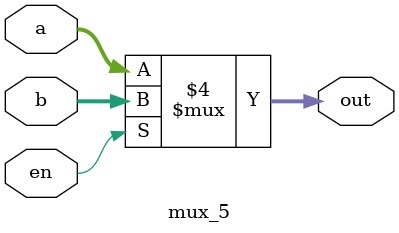
<source format=v>
`timescale 1ns / 1ps


module cpu(
    input clk, rst
    );
    
    wire [31:0] inst, di, q1, q2, imm_32, sa, a, b, alu_out, mem_out, next;
    wire [5:0] op, func;
    wire [25:0] address;
    wire [4:0] rs, rt, rd, nd;
    wire [15:0] imm_16;
    wire [2:0] aluc;
    wire jump, m2reg, branch, wmem, shift, aluimm, wreg, regrt, sext;
    
    reg [31:0] pc;
    
    inst_mem INST_MEM(rst, pc, inst);
    
    assign op = inst[31:26];
    assign address = inst[25:0];
    assign rs = inst[25:21];
    assign rt = inst[20:16];
    assign rd = inst[15:11];
    assign func = inst[5:0];
    assign imm_16 = inst[15:0];
    
    control_unit CONTROL_UNIT(op, func, aluc, jump, m2reg, branch, wmem, shift, aluimm, wreg, regrt, sext);
    
    mux_5 MUX_5(regrt, rd, rt, nd);
    
    reg_file REG_FILE(rst, clk, wreg, rs, rt, nd, di, q1, q2);
    
    mux_32 MUX_32_1(shift, q1, sa, a);
    
    ext EXT(sext, imm_16, imm_32);
    
    mux_32 MUX_32_2(aluimm, q2, imm_32, b);
    
    alu ALU(aluc, a, b, alu_out);
    
    data_mem DATA_MEM(clk, rst, wmem, alu_out, q2, mem_out);
    
    mux_32 MUX_32_3(m2reg, alu_out, mem_out, di);
    
    next_pc NEXT_PC(branch, jump, clk, address, pc, imm_32, next);
    
    always @ (next) begin
        if (rst) pc = 0;
        else pc = next;
    end
    
    always @ (posedge rst) begin
        
    end
    
    always @ (posedge rst) begin
        // init pc
        pc = 0;
        
    end
    
endmodule

module inst_mem(
    input rst,
    input [31:0] pc,
    output [31:0] inst
    );
    
    reg [31:0] inst_mem [15:0];
    
    assign inst = inst_mem[pc];
    
    always @ (posedge rst) begin          //=> R[0]=0,R[15:1]=-1
        // addi, rs=0, rt=1, imm=1          => R[1]=1
        inst_mem[0 ] = {6'b001000,5'd0,5'd1,16'd1};
        // add, rs=0, rt=1, rd=2            => R[2]=1
        inst_mem[1 ] = {6'b000000,5'd0,5'd1,5'd2,5'd0,6'b100000};
        // sub, rs=0, rt=1, rd=3            => R[3]=-1
        inst_mem[2 ] = {6'b000000,5'd0,5'd1,5'd3,5'd0,6'b100010};
        // ori, rs=1, rt=4, imm=2           => R[4]=3
        inst_mem[3 ] = {6'b001101,5'd1,5'd4,16'd2};
        // andi, rs=1, rt=5, imm=1          => R[5]=1
        inst_mem[4 ] = {6'b001100,5'd1,5'd5,16'd1};
        // or, rs=1, rt=4, rd=6             => R[6]=3
        inst_mem[5 ] = {6'b000000,5'd1,5'd4,5'd6,5'd0,6'b100101};
        // and, rs=1, rt=4, rd=7            => R[7]=1
        inst_mem[6 ] = {6'b000000,5'd1,5'd4,5'd7,5'd0,6'b100100};
        // slt, rs=4, rt=1, rd=8            => R[8]=0
        inst_mem[7 ] = {6'b000000,5'd4,5'd1,5'd8,5'd0,6'b101010};
        // slti, rs=3, rt=9, imm=1          => R[9]=1
        inst_mem[8 ] = {6'b001010,5'd3,5'd9,16'd1};
        // sw, base=R[1], rt=4, offset=1    => Data[2]=3
        inst_mem[9 ] = {6'b101011,5'd1,5'd4,16'd1};
        // j, address=3 << 2=12
        inst_mem[10] = {6'b000010,26'd3};
        // add, rs=0, rt=1, rd=11           => R[11]=1 will not execute
        inst_mem[11] = {6'b000000,5'd0,5'd1,5'd11,5'd0,6'b100000};
        // lw, base=R[1], rt=10, offset=1   => R[10]=3
        inst_mem[12] = {6'b100011,5'd1,5'd10,16'd1};
        // nop * 3
        inst_mem[13] = {32'h00000000};
        inst_mem[14] = {32'h00000000};
        inst_mem[15] = {32'h00000000};
    end
    
endmodule

module control_unit(
    input [5:0] op,
    input [5:0] func,
    output reg [2:0] aluc,
    output reg jump, m2reg, branch, wmem, shift, aluimm, wreg, regrt, sext
    );
    
    reg add, sub, and_, or_, slt, addi, andi, ori, slti, sw, lw, j, nop;
    reg tmp1, tmp2, tmp3, tmp4;
    
    always @ (op or func) begin
        //R-type: op rs rt rd sa func
        // op: 000-000
        tmp1 = ~op[5]&~op[4]&~op[3]&~op[2]&~op[1]&~op[0];
        //   func: 100-xxx
        tmp2 = tmp1& func[5]&~func[4]&~func[3];
        add  = tmp2&~func[2]&~func[1]&~func[0]; // -000
        sub  = tmp2&~func[2]& func[1]&~func[0]; // -010
        and_ = tmp2& func[2]&~func[1]&~func[0]; // -100
        or_  = tmp2& func[2]&~func[1]& func[0]; // -101
        //   func: 101-010
        slt  = tmp1& func[5]&~func[4]& func[3]&~func[2]& func[1]&~func[0];
        
        //I-type: op rs rt imm
        // op: 001-xxx
        tmp3 = ~op[5]&~op[4]& op[3];
        addi = tmp3&~op[2]&~op[1]&~op[0]; // -000
        andi = tmp3& op[2]&~op[1]&~op[0]; // -100
        ori  = tmp3& op[2]&~op[1]& op[0]; // -101
        slti = tmp3&~op[2]& op[1]&~op[0]; // -010
        // op: xxx-011
        tmp4 = ~op[2]& op[1]& op[0];
        sw   = op[5]&~op[4]& op[3]&tmp4; // 101-
        lw   = op[5]&~op[4]&~op[3]&tmp4; // 101-
        
        //J-type: op target
        // op: 000-010
        j    = ~op[5]&~op[4]&~op[3]&~op[2]& op[1]&~op[0];
        
        // nop, all zero
        nop  = tmp1&~func[5]&~func[4]&~func[3]&~func[2]&~func[1]&~func[0];
        
        jump = j;
        m2reg = lw;
        branch = 0;
        wmem = sw;
        shift = 0;
        aluimm = addi|andi|ori|slti|sw|lw;
        wreg = add|sub|and_|or_|slt|addi|andi|ori|slti|lw;
        regrt = addi|andi|ori|slti|lw;
        sext = addi|slti;
        
        if (add | addi | lw | sw) aluc = 3'b001;
        else if (sub) aluc = 3'b010;
        else if (and_ | andi) aluc = 3'b011;
        else if (or_ | ori) aluc = 3'b100;
        else if (slt | slti) aluc = 3'b101;
        else aluc = 3'b000;
    end
    
endmodule

module reg_file(
    input rst, clk, we,
    input [4:0] n1, n2, nd,
    input [31:0] di,
    output reg [31:0] q1, q2
    );
    
    reg [31:0] regs [15:0];
    
    integer i;
    
    always @ (posedge clk) begin
        if (we) regs[nd] = di;
    end
    
    always @ (n1 or regs[n1]) begin
        q1 = regs[n1];
    end
    
    always @ (n2 or regs[n2]) begin
        q2 = regs[n2];
    end
    
    always @ (posedge rst) begin
        regs[0] = 32'h00000000;
        for (i = 1; i < 16; i = i + 1) begin
            regs[i] = 32'hffffffff;
        end
    end
    
endmodule

module ext(
    input sext,
    input [15:0] imm_16,
    output wire [31:0] imm_32
    );
    
    assign imm_32 = (sext && imm_16[15]) ? {16'hffff,imm_16} : {16'h0000,imm_16};
    
endmodule

module alu(
    input [2:0] aluc,
    input [31:0] a, b,
    output reg [31:0] out
    );
    
    always @ (aluc or a or b) begin
        case (aluc)
            3'b001: out = a + b;
            3'b010: out = a - b;
            3'b011: out = a & b;
            3'b100: out = a | b;
            3'b101: out = (a[31] == b[31]) ? (a < b) : (a[31] == 1'b1);
            default: out = 0;
        endcase
    end
    
endmodule

module data_mem(
    input clk, rst, we,
    input [31:0] address, write_data,
    output [31:0] read_data
    );
    
    reg [31:0] data [63:0];
    integer i;
    assign read_data = data[address];
    
    // init memory data
    always @ (posedge rst) begin
        for (i = 0; i < 64; i = i + 1) begin
            data[i] = 32'h00000000;
        end
    end
    
    always @ (negedge clk) begin
        if (we) data[address] = write_data;
    end
    
endmodule

module next_pc(
    input branch, jump, clk,
    input [25:0] address,
    input [31:0] current_pc, imm_32,
    output reg [31:0] next
    );
    wire [25:0] temp0;
    wire [31:0] temp1, temp2, temp3, temp4, temp5, temp6;
    
    assign temp0 = address << 2;
    assign temp1 = current_pc + 1;
    assign temp2 = imm_32 << 2;
    assign temp3 = temp2 + temp1;
    assign temp4 = {temp1[31:28],temp0};
    
    mux_32 MUX1(branch, temp1, temp3, temp5);
    mux_32 MUX2(jump, temp5, temp4, temp6);
    
    always @ (posedge clk) begin
        if (temp6 > 32'd15) next = 32'd15;
        else next = temp6;
    end
    
endmodule

module mux_32(
    input en,
    input [31:0] a, b,
    output [31:0] out
    );
    
    assign out = (en == 0) ? a : b;
    
endmodule

module mux_5(
    input en,
    input [4:0] a, b,
    output [4:0] out
    );
    
    assign out = (en == 0) ? a : b;
    
endmodule
</source>
